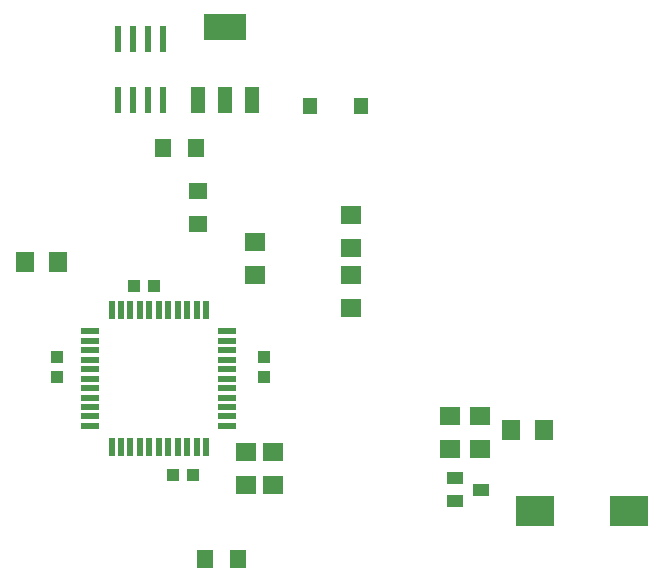
<source format=gtp>
G75*
%MOIN*%
%OFA0B0*%
%FSLAX24Y24*%
%IPPOS*%
%LPD*%
%AMOC8*
5,1,8,0,0,1.08239X$1,22.5*
%
%ADD10R,0.0630X0.0551*%
%ADD11R,0.0551X0.0630*%
%ADD12R,0.0236X0.0866*%
%ADD13R,0.0480X0.0880*%
%ADD14R,0.1417X0.0866*%
%ADD15R,0.0500X0.0579*%
%ADD16R,0.0197X0.0591*%
%ADD17R,0.0591X0.0197*%
%ADD18R,0.0433X0.0394*%
%ADD19R,0.0394X0.0433*%
%ADD20R,0.0630X0.0709*%
%ADD21R,0.0709X0.0630*%
%ADD22R,0.0710X0.0630*%
%ADD23R,0.1260X0.0984*%
%ADD24R,0.0551X0.0394*%
D10*
X007520Y012649D03*
X007520Y013751D03*
D11*
X007471Y015200D03*
X006368Y015200D03*
X007768Y001500D03*
X008871Y001500D03*
D12*
X006370Y016776D03*
X005870Y016776D03*
X005370Y016776D03*
X004870Y016776D03*
X004870Y018824D03*
X005370Y018824D03*
X005870Y018824D03*
X006370Y018824D03*
D13*
X007510Y016780D03*
X008420Y016780D03*
X009330Y016780D03*
D14*
X008420Y019220D03*
D15*
X011273Y016600D03*
X012966Y016600D03*
D16*
X004645Y005217D03*
X004960Y005217D03*
X005275Y005217D03*
X005590Y005217D03*
X005905Y005217D03*
X006220Y005217D03*
X006534Y005217D03*
X006849Y005217D03*
X007164Y005217D03*
X007479Y005217D03*
X007794Y005217D03*
X007794Y009783D03*
X007479Y009783D03*
X007164Y009783D03*
X006849Y009783D03*
X006534Y009783D03*
X006220Y009783D03*
X005905Y009783D03*
X005590Y009783D03*
X005275Y009783D03*
X004960Y009783D03*
X004645Y009783D03*
D17*
X003936Y009075D03*
X003936Y008760D03*
X003936Y008445D03*
X003936Y008130D03*
X003936Y007815D03*
X003936Y007500D03*
X003936Y007185D03*
X003936Y006870D03*
X003936Y006555D03*
X003936Y006240D03*
X003936Y005925D03*
X008503Y005925D03*
X008503Y006240D03*
X008503Y006555D03*
X008503Y006870D03*
X008503Y007185D03*
X008503Y007500D03*
X008503Y007815D03*
X008503Y008130D03*
X008503Y008445D03*
X008503Y008760D03*
X008503Y009075D03*
D18*
X006054Y010600D03*
X005385Y010600D03*
X006685Y004300D03*
X007354Y004300D03*
D19*
X009720Y007565D03*
X009720Y008235D03*
X002820Y008235D03*
X002820Y007565D03*
D20*
X002871Y011400D03*
X001768Y011400D03*
X017968Y005800D03*
X019071Y005800D03*
D21*
X015920Y006251D03*
X015920Y005149D03*
X010020Y005051D03*
X009120Y005051D03*
X009120Y003949D03*
X010020Y003949D03*
X009420Y010949D03*
X009420Y012051D03*
X012620Y011849D03*
X012620Y012951D03*
D22*
X012620Y010960D03*
X012620Y009840D03*
X016920Y006260D03*
X016920Y005140D03*
D23*
X018745Y003100D03*
X021894Y003100D03*
D24*
X016953Y003800D03*
X016086Y003426D03*
X016086Y004174D03*
M02*

</source>
